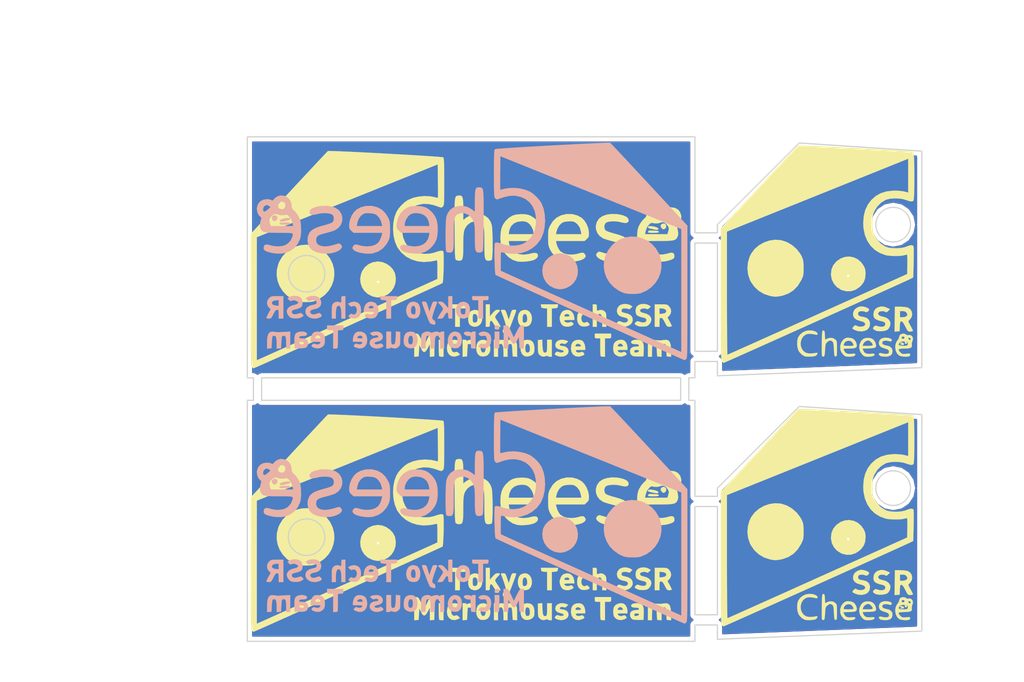
<source format=kicad_pcb>
(kicad_pcb (version 20171130) (host pcbnew 5.1.5)
  (layers (0 F.Cu signal) (31 B.Cu signal) (34 B.Paste user) (35 F.Paste user) (36 B.SilkS user) (37 F.SilkS user) (38 B.Mask user) (39 F.Mask user) (44 Edge.Cuts user))
  (net 0 "")
  (net 1 GND)
  (module Mylib:via (layer F.Cu) (at 167.64 122.428)
    (fp_text reference REF** hide)
    (fp_text value via hide)
    (pad 1 thru_hole circle (at 0 0) (size 0.4 0.4) (drill 0.3) (layers *.Cu *.Mask) (net 1 GND))
  )
  (module Mylib:via (layer F.Cu) (at 167.64 89.662)
    (fp_text reference REF** hide)
    (fp_text value via hide)
    (pad 1 thru_hole circle (at 0 0) (size 0.4 0.4) (drill 0.3) (layers *.Cu *.Mask) (net 1 GND))
  )
  (module logo:CheeseA4_new (layer F.Cu) (at 164.084 119.888)
    (fp_text reference G*** hide)
    (fp_text value LOGO hide)
  )
  (module logo:CheeseA4_origin (layer F.Cu) (at 120.396 120.396)
    (fp_text reference G*** hide)
    (fp_text value LOGO hide)
  )
  (module logo:CheeseA4_origin (layer B.Cu) (at 120.65 119.38 180)
    (fp_text reference G*** hide)
    (fp_text value LOGO hide)
  )
  (module logo:CheeseA4_origin (layer B.Cu) (at 120.65 86.614 180)
    (fp_text reference G*** hide)
    (fp_text value LOGO hide)
  )
  (module logo:CheeseA4_origin (layer F.Cu) (at 120.396 87.63)
    (fp_text reference G*** hide)
    (fp_text value LOGO hide)
  )
  (module logo:CheeseA4_new (layer F.Cu) (at 164.084 87.122)
    (fp_text reference G*** hide)
    (fp_text value LOGO hide)
  )
  (module Mylib:via (layer F.Cu) (at 109.22 90.424)
    (fp_text reference REF** hide)
    (fp_text value via hide)
    (pad 1 thru_hole circle (at 0 0) (size 0.4 0.4) (drill 0.3) (layers *.Cu *.Mask) (net 1 GND))
  )
  (module Mylib:via (layer F.Cu) (at 109.22 122.936)
    (fp_text reference J1 hide)
    (fp_text value Conn_01x01 hide)
    (pad 1 thru_hole circle (at 0 0) (size 0.4 0.4) (drill 0.3) (layers *.Cu *.Mask) (net 1 GND))
  )
  (gr_line (start 148.336 135.128) (end 147.828 135.128) (angle 90) (layer Edge.Cuts) (width 0.15))
  (gr_line (start 151.384 133.096) (end 151.384 134.874) (angle 90) (layer Edge.Cuts) (width 0.15))
  (gr_line (start 147.828 102.362) (end 148.59 102.362) (angle 90) (layer Edge.Cuts) (width 0.15))
  (gr_line (start 151.384 102.108) (end 151.384 100.33) (angle 90) (layer Edge.Cuts) (width 0.15))
  (gr_line (start 148.082 105.156) (end 148.336 105.156) (angle 90) (layer Edge.Cuts) (width 0.15))
  (gr_line (start 147.828 105.156) (end 148.082 105.156) (angle 90) (layer Edge.Cuts) (width 0.15))
  (gr_line (start 147.828 102.362) (end 147.828 105.156) (angle 90) (layer Edge.Cuts) (width 0.15))
  (gr_line (start 146.812 105.156) (end 94.742 105.156) (angle 90) (layer Edge.Cuts) (width 0.15))
  (gr_line (start 146.812 102.362) (end 146.812 105.156) (angle 90) (layer Edge.Cuts) (width 0.15))
  (gr_line (start 94.742 102.362) (end 146.812 102.362) (angle 90) (layer Edge.Cuts) (width 0.15))
  (gr_line (start 94.742 105.156) (end 94.742 102.362) (angle 90) (layer Edge.Cuts) (width 0.15))
  (gr_line (start 93.726 105.156) (end 92.964 105.156) (angle 90) (layer Edge.Cuts) (width 0.15))
  (gr_line (start 93.726 102.362) (end 93.726 105.156) (angle 90) (layer Edge.Cuts) (width 0.15))
  (gr_line (start 92.964 102.362) (end 93.726 102.362) (angle 90) (layer Edge.Cuts) (width 0.15))
  (gr_line (start 176.776 106.934) (end 161.544 105.918) (angle 90) (layer Edge.Cuts) (width 0.15))
  (gr_line (start 161.036 106.426) (end 151.892 115.57) (angle 90) (layer Edge.Cuts) (width 0.15))
  (gr_line (start 151.892 115.57) (end 151.384 116.078) (angle 90) (layer Edge.Cuts) (width 0.15))
  (gr_circle (center 173.228 116.078) (end 174.752 117.602) (layer Edge.Cuts) (width 0.15))
  (gr_line (start 161.036 106.426) (end 161.544 105.918) (angle 90) (layer Edge.Cuts) (width 0.15))
  (gr_line (start 176.784 107.442) (end 176.784 106.934) (angle 90) (layer Edge.Cuts) (width 0.15))
  (gr_line (start 176.784 133.858) (end 176.784 133.35) (angle 90) (layer Edge.Cuts) (width 0.15))
  (gr_line (start 151.384 116.078) (end 151.384 117.094) (angle 90) (layer Edge.Cuts) (width 0.15))
  (gr_line (start 176.784 133.858) (end 151.384 134.874) (angle 90) (layer Edge.Cuts) (width 0.15))
  (gr_line (start 176.784 133.35) (end 176.784 107.442) (angle 90) (layer Edge.Cuts) (width 0.15))
  (gr_line (start 92.964 105.156) (end 92.964 135.128) (angle 90) (layer Edge.Cuts) (width 0.15))
  (gr_line (start 92.964 135.128) (end 147.828 135.128) (angle 90) (layer Edge.Cuts) (width 0.15))
  (gr_circle (center 100.33 122.174) (end 101.346 124.206) (layer Edge.Cuts) (width 0.15))
  (gr_line (start 151.384 117.094) (end 148.59 117.094) (angle 90) (layer Edge.Cuts) (width 0.15))
  (gr_line (start 148.59 117.094) (end 148.59 105.41) (angle 90) (layer Edge.Cuts) (width 0.15))
  (gr_line (start 148.59 105.41) (end 148.59 105.156) (angle 90) (layer Edge.Cuts) (width 0.15))
  (gr_line (start 148.59 105.156) (end 148.336 105.156) (angle 90) (layer Edge.Cuts) (width 0.15))
  (gr_line (start 148.59 118.364) (end 151.384 118.364) (angle 90) (layer Edge.Cuts) (width 0.15))
  (gr_line (start 151.384 118.364) (end 151.384 131.826) (angle 90) (layer Edge.Cuts) (width 0.15))
  (gr_line (start 148.59 118.364) (end 148.59 131.826) (angle 90) (layer Edge.Cuts) (width 0.15))
  (gr_line (start 148.59 131.826) (end 151.384 131.826) (angle 90) (layer Edge.Cuts) (width 0.15))
  (gr_line (start 148.336 135.128) (end 148.59 135.128) (angle 90) (layer Edge.Cuts) (width 0.15))
  (gr_line (start 148.59 135.128) (end 148.59 133.096) (angle 90) (layer Edge.Cuts) (width 0.15))
  (gr_line (start 148.59 133.096) (end 151.384 133.096) (angle 90) (layer Edge.Cuts) (width 0.15))
  (gr_line (start 148.59 100.33) (end 151.384 100.33) (angle 90) (layer Edge.Cuts) (width 0.15))
  (gr_line (start 148.59 102.362) (end 148.59 100.33) (angle 90) (layer Edge.Cuts) (width 0.15))
  (gr_line (start 148.59 99.06) (end 151.384 99.06) (angle 90) (layer Edge.Cuts) (width 0.15))
  (gr_line (start 148.59 85.598) (end 148.59 99.06) (angle 90) (layer Edge.Cuts) (width 0.15))
  (gr_line (start 151.384 85.598) (end 151.384 99.06) (angle 90) (layer Edge.Cuts) (width 0.15))
  (gr_line (start 148.59 85.598) (end 151.384 85.598) (angle 90) (layer Edge.Cuts) (width 0.15))
  (gr_line (start 148.59 72.39) (end 148.336 72.39) (angle 90) (layer Edge.Cuts) (width 0.15))
  (gr_line (start 148.59 72.644) (end 148.59 72.39) (angle 90) (layer Edge.Cuts) (width 0.15))
  (gr_line (start 148.59 84.328) (end 148.59 72.644) (angle 90) (layer Edge.Cuts) (width 0.15))
  (gr_line (start 151.384 84.328) (end 148.59 84.328) (angle 90) (layer Edge.Cuts) (width 0.15))
  (gr_circle (center 100.33 89.408) (end 101.346 91.44) (layer Edge.Cuts) (width 0.15))
  (gr_line (start 92.964 72.39) (end 92.964 102.362) (angle 90) (layer Edge.Cuts) (width 0.15))
  (gr_line (start 148.336 72.39) (end 92.964 72.39) (angle 90) (layer Edge.Cuts) (width 0.15))
  (gr_line (start 176.784 100.584) (end 176.784 74.676) (angle 90) (layer Edge.Cuts) (width 0.15))
  (gr_line (start 176.784 101.092) (end 151.384 102.108) (angle 90) (layer Edge.Cuts) (width 0.15))
  (gr_line (start 151.384 83.312) (end 151.384 84.328) (angle 90) (layer Edge.Cuts) (width 0.15))
  (gr_line (start 176.784 101.092) (end 176.784 100.584) (angle 90) (layer Edge.Cuts) (width 0.15))
  (gr_line (start 176.784 74.676) (end 176.784 74.168) (angle 90) (layer Edge.Cuts) (width 0.15))
  (gr_line (start 161.036 73.66) (end 161.544 73.152) (angle 90) (layer Edge.Cuts) (width 0.15))
  (gr_circle (center 173.228 83.312) (end 174.752 84.836) (layer Edge.Cuts) (width 0.15))
  (gr_line (start 151.892 82.804) (end 151.384 83.312) (angle 90) (layer Edge.Cuts) (width 0.15))
  (gr_line (start 161.036 73.66) (end 151.892 82.804) (angle 90) (layer Edge.Cuts) (width 0.15))
  (gr_line (start 176.776 74.168) (end 161.544 73.152) (angle 90) (layer Edge.Cuts) (width 0.15))
  (zone (net 1) (net_name GND) (layer F.Cu) (connect_pads (clearance 0.508)) (min_thickness 0.254) (fill yes (arc_segments 16) (thermal_gap 0.508) (thermal_bridge_width 0.508))
    (polygon (pts (xy 184.404 135.636) (xy 88.9 139.7) (xy 73.594044 72.551288) (xy 180.848 59.69)))
  )
  (zone (net 1) (net_name GND) (layer B.Cu) (connect_pads (clearance 0.508)) (min_thickness 0.254) (fill yes (arc_segments 16) (thermal_gap 0.508) (thermal_bridge_width 0.508))
    (polygon (pts (xy 189.484 135.636) (xy 86.106 140.208) (xy 88.079896 69.147731) (xy 185.166 55.372)))
  )
)
</source>
